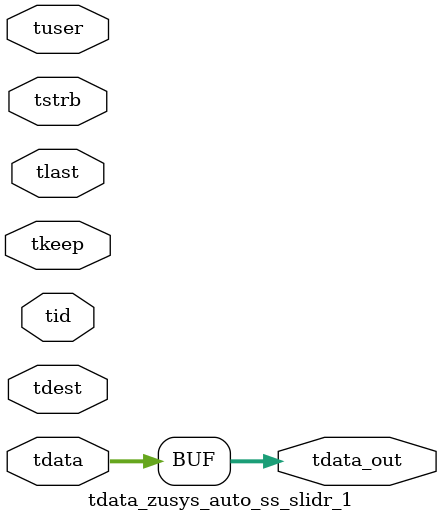
<source format=v>


`timescale 1ps/1ps

module tdata_zusys_auto_ss_slidr_1 #
(
parameter C_S_AXIS_TDATA_WIDTH = 32,
parameter C_S_AXIS_TUSER_WIDTH = 0,
parameter C_S_AXIS_TID_WIDTH   = 0,
parameter C_S_AXIS_TDEST_WIDTH = 0,
parameter C_M_AXIS_TDATA_WIDTH = 32
)
(
input  [(C_S_AXIS_TDATA_WIDTH == 0 ? 1 : C_S_AXIS_TDATA_WIDTH)-1:0     ] tdata,
input  [(C_S_AXIS_TUSER_WIDTH == 0 ? 1 : C_S_AXIS_TUSER_WIDTH)-1:0     ] tuser,
input  [(C_S_AXIS_TID_WIDTH   == 0 ? 1 : C_S_AXIS_TID_WIDTH)-1:0       ] tid,
input  [(C_S_AXIS_TDEST_WIDTH == 0 ? 1 : C_S_AXIS_TDEST_WIDTH)-1:0     ] tdest,
input  [(C_S_AXIS_TDATA_WIDTH/8)-1:0 ] tkeep,
input  [(C_S_AXIS_TDATA_WIDTH/8)-1:0 ] tstrb,
input                                                                    tlast,
output [C_M_AXIS_TDATA_WIDTH-1:0] tdata_out
);

assign tdata_out = {tdata[31:0]};

endmodule


</source>
